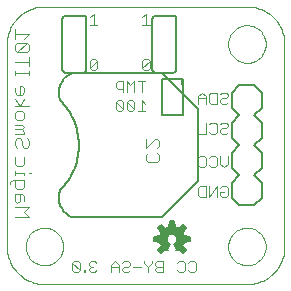
<source format=gbo>
G75*
G70*
%OFA0B0*%
%FSLAX24Y24*%
%IPPOS*%
%LPD*%
%AMOC8*
5,1,8,0,0,1.08239X$1,22.5*
%
%ADD10C,0.0000*%
%ADD11C,0.0030*%
%ADD12C,0.0040*%
%ADD13C,0.0080*%
%ADD14C,0.0059*%
%ADD15C,0.0060*%
%ADD16C,0.0050*%
%ADD17R,0.0100X0.0200*%
D10*
X000680Y001930D02*
X000680Y008680D01*
X000682Y008748D01*
X000687Y008815D01*
X000696Y008882D01*
X000709Y008949D01*
X000726Y009014D01*
X000745Y009079D01*
X000769Y009143D01*
X000796Y009205D01*
X000826Y009266D01*
X000859Y009324D01*
X000895Y009381D01*
X000935Y009436D01*
X000977Y009489D01*
X001023Y009540D01*
X001070Y009587D01*
X001121Y009633D01*
X001174Y009675D01*
X001229Y009715D01*
X001286Y009751D01*
X001344Y009784D01*
X001405Y009814D01*
X001467Y009841D01*
X001531Y009865D01*
X001596Y009884D01*
X001661Y009901D01*
X001728Y009914D01*
X001795Y009923D01*
X001862Y009928D01*
X001930Y009930D01*
X008680Y009930D01*
X008748Y009928D01*
X008815Y009923D01*
X008882Y009914D01*
X008949Y009901D01*
X009014Y009884D01*
X009079Y009865D01*
X009143Y009841D01*
X009205Y009814D01*
X009266Y009784D01*
X009324Y009751D01*
X009381Y009715D01*
X009436Y009675D01*
X009489Y009633D01*
X009540Y009587D01*
X009587Y009540D01*
X009633Y009489D01*
X009675Y009436D01*
X009715Y009381D01*
X009751Y009324D01*
X009784Y009266D01*
X009814Y009205D01*
X009841Y009143D01*
X009865Y009079D01*
X009884Y009014D01*
X009901Y008949D01*
X009914Y008882D01*
X009923Y008815D01*
X009928Y008748D01*
X009930Y008680D01*
X009930Y001930D01*
X009928Y001862D01*
X009923Y001795D01*
X009914Y001728D01*
X009901Y001661D01*
X009884Y001596D01*
X009865Y001531D01*
X009841Y001467D01*
X009814Y001405D01*
X009784Y001344D01*
X009751Y001286D01*
X009715Y001229D01*
X009675Y001174D01*
X009633Y001121D01*
X009587Y001070D01*
X009540Y001023D01*
X009489Y000977D01*
X009436Y000935D01*
X009381Y000895D01*
X009324Y000859D01*
X009266Y000826D01*
X009205Y000796D01*
X009143Y000769D01*
X009079Y000745D01*
X009014Y000726D01*
X008949Y000709D01*
X008882Y000696D01*
X008815Y000687D01*
X008748Y000682D01*
X008680Y000680D01*
X001930Y000680D01*
X001862Y000682D01*
X001795Y000687D01*
X001728Y000696D01*
X001661Y000709D01*
X001596Y000726D01*
X001531Y000745D01*
X001467Y000769D01*
X001405Y000796D01*
X001344Y000826D01*
X001286Y000859D01*
X001229Y000895D01*
X001174Y000935D01*
X001121Y000977D01*
X001070Y001023D01*
X001023Y001070D01*
X000977Y001121D01*
X000935Y001174D01*
X000895Y001229D01*
X000859Y001286D01*
X000826Y001344D01*
X000796Y001405D01*
X000769Y001467D01*
X000745Y001531D01*
X000726Y001596D01*
X000709Y001661D01*
X000696Y001728D01*
X000687Y001795D01*
X000682Y001862D01*
X000680Y001930D01*
X001305Y001930D02*
X001307Y001980D01*
X001313Y002029D01*
X001323Y002078D01*
X001336Y002125D01*
X001354Y002172D01*
X001375Y002217D01*
X001399Y002260D01*
X001427Y002301D01*
X001458Y002340D01*
X001492Y002376D01*
X001529Y002410D01*
X001569Y002440D01*
X001610Y002467D01*
X001654Y002491D01*
X001699Y002511D01*
X001746Y002527D01*
X001794Y002540D01*
X001843Y002549D01*
X001893Y002554D01*
X001942Y002555D01*
X001992Y002552D01*
X002041Y002545D01*
X002090Y002534D01*
X002137Y002520D01*
X002183Y002501D01*
X002228Y002479D01*
X002271Y002454D01*
X002311Y002425D01*
X002349Y002393D01*
X002385Y002359D01*
X002418Y002321D01*
X002447Y002281D01*
X002473Y002239D01*
X002496Y002195D01*
X002515Y002149D01*
X002531Y002102D01*
X002543Y002053D01*
X002551Y002004D01*
X002555Y001955D01*
X002555Y001905D01*
X002551Y001856D01*
X002543Y001807D01*
X002531Y001758D01*
X002515Y001711D01*
X002496Y001665D01*
X002473Y001621D01*
X002447Y001579D01*
X002418Y001539D01*
X002385Y001501D01*
X002349Y001467D01*
X002311Y001435D01*
X002271Y001406D01*
X002228Y001381D01*
X002183Y001359D01*
X002137Y001340D01*
X002090Y001326D01*
X002041Y001315D01*
X001992Y001308D01*
X001942Y001305D01*
X001893Y001306D01*
X001843Y001311D01*
X001794Y001320D01*
X001746Y001333D01*
X001699Y001349D01*
X001654Y001369D01*
X001610Y001393D01*
X001569Y001420D01*
X001529Y001450D01*
X001492Y001484D01*
X001458Y001520D01*
X001427Y001559D01*
X001399Y001600D01*
X001375Y001643D01*
X001354Y001688D01*
X001336Y001735D01*
X001323Y001782D01*
X001313Y001831D01*
X001307Y001880D01*
X001305Y001930D01*
X008055Y001930D02*
X008057Y001980D01*
X008063Y002029D01*
X008073Y002078D01*
X008086Y002125D01*
X008104Y002172D01*
X008125Y002217D01*
X008149Y002260D01*
X008177Y002301D01*
X008208Y002340D01*
X008242Y002376D01*
X008279Y002410D01*
X008319Y002440D01*
X008360Y002467D01*
X008404Y002491D01*
X008449Y002511D01*
X008496Y002527D01*
X008544Y002540D01*
X008593Y002549D01*
X008643Y002554D01*
X008692Y002555D01*
X008742Y002552D01*
X008791Y002545D01*
X008840Y002534D01*
X008887Y002520D01*
X008933Y002501D01*
X008978Y002479D01*
X009021Y002454D01*
X009061Y002425D01*
X009099Y002393D01*
X009135Y002359D01*
X009168Y002321D01*
X009197Y002281D01*
X009223Y002239D01*
X009246Y002195D01*
X009265Y002149D01*
X009281Y002102D01*
X009293Y002053D01*
X009301Y002004D01*
X009305Y001955D01*
X009305Y001905D01*
X009301Y001856D01*
X009293Y001807D01*
X009281Y001758D01*
X009265Y001711D01*
X009246Y001665D01*
X009223Y001621D01*
X009197Y001579D01*
X009168Y001539D01*
X009135Y001501D01*
X009099Y001467D01*
X009061Y001435D01*
X009021Y001406D01*
X008978Y001381D01*
X008933Y001359D01*
X008887Y001340D01*
X008840Y001326D01*
X008791Y001315D01*
X008742Y001308D01*
X008692Y001305D01*
X008643Y001306D01*
X008593Y001311D01*
X008544Y001320D01*
X008496Y001333D01*
X008449Y001349D01*
X008404Y001369D01*
X008360Y001393D01*
X008319Y001420D01*
X008279Y001450D01*
X008242Y001484D01*
X008208Y001520D01*
X008177Y001559D01*
X008149Y001600D01*
X008125Y001643D01*
X008104Y001688D01*
X008086Y001735D01*
X008073Y001782D01*
X008063Y001831D01*
X008057Y001880D01*
X008055Y001930D01*
X008055Y008680D02*
X008057Y008730D01*
X008063Y008779D01*
X008073Y008828D01*
X008086Y008875D01*
X008104Y008922D01*
X008125Y008967D01*
X008149Y009010D01*
X008177Y009051D01*
X008208Y009090D01*
X008242Y009126D01*
X008279Y009160D01*
X008319Y009190D01*
X008360Y009217D01*
X008404Y009241D01*
X008449Y009261D01*
X008496Y009277D01*
X008544Y009290D01*
X008593Y009299D01*
X008643Y009304D01*
X008692Y009305D01*
X008742Y009302D01*
X008791Y009295D01*
X008840Y009284D01*
X008887Y009270D01*
X008933Y009251D01*
X008978Y009229D01*
X009021Y009204D01*
X009061Y009175D01*
X009099Y009143D01*
X009135Y009109D01*
X009168Y009071D01*
X009197Y009031D01*
X009223Y008989D01*
X009246Y008945D01*
X009265Y008899D01*
X009281Y008852D01*
X009293Y008803D01*
X009301Y008754D01*
X009305Y008705D01*
X009305Y008655D01*
X009301Y008606D01*
X009293Y008557D01*
X009281Y008508D01*
X009265Y008461D01*
X009246Y008415D01*
X009223Y008371D01*
X009197Y008329D01*
X009168Y008289D01*
X009135Y008251D01*
X009099Y008217D01*
X009061Y008185D01*
X009021Y008156D01*
X008978Y008131D01*
X008933Y008109D01*
X008887Y008090D01*
X008840Y008076D01*
X008791Y008065D01*
X008742Y008058D01*
X008692Y008055D01*
X008643Y008056D01*
X008593Y008061D01*
X008544Y008070D01*
X008496Y008083D01*
X008449Y008099D01*
X008404Y008119D01*
X008360Y008143D01*
X008319Y008170D01*
X008279Y008200D01*
X008242Y008234D01*
X008208Y008270D01*
X008177Y008309D01*
X008149Y008350D01*
X008125Y008393D01*
X008104Y008438D01*
X008086Y008485D01*
X008073Y008532D01*
X008063Y008581D01*
X008057Y008630D01*
X008055Y008680D01*
D11*
X007978Y007065D02*
X007855Y007065D01*
X007793Y007004D01*
X007672Y007065D02*
X007487Y007065D01*
X007425Y007004D01*
X007425Y006757D01*
X007487Y006695D01*
X007672Y006695D01*
X007672Y007065D01*
X007855Y006880D02*
X007793Y006818D01*
X007793Y006757D01*
X007855Y006695D01*
X007978Y006695D01*
X008040Y006757D01*
X007978Y006880D02*
X007855Y006880D01*
X007978Y006880D02*
X008040Y006942D01*
X008040Y007004D01*
X007978Y007065D01*
X007303Y006942D02*
X007303Y006695D01*
X007303Y006880D02*
X007056Y006880D01*
X007056Y006942D02*
X007056Y006695D01*
X007056Y006942D02*
X007180Y007065D01*
X007303Y006942D01*
X007303Y006065D02*
X007303Y005695D01*
X007056Y005695D01*
X007425Y005757D02*
X007487Y005695D01*
X007610Y005695D01*
X007672Y005757D01*
X007672Y006004D01*
X007610Y006065D01*
X007487Y006065D01*
X007425Y006004D01*
X007793Y006004D02*
X007855Y006065D01*
X007978Y006065D01*
X008040Y006004D01*
X008040Y005942D01*
X007978Y005880D01*
X007855Y005880D01*
X007793Y005818D01*
X007793Y005757D01*
X007855Y005695D01*
X007978Y005695D01*
X008040Y005757D01*
X008040Y004940D02*
X008040Y004693D01*
X007917Y004570D01*
X007793Y004693D01*
X007793Y004940D01*
X007672Y004879D02*
X007672Y004632D01*
X007610Y004570D01*
X007487Y004570D01*
X007425Y004632D01*
X007303Y004632D02*
X007242Y004570D01*
X007118Y004570D01*
X007056Y004632D01*
X007056Y004879D02*
X007118Y004940D01*
X007242Y004940D01*
X007303Y004879D01*
X007303Y004632D01*
X007425Y004879D02*
X007487Y004940D01*
X007610Y004940D01*
X007672Y004879D01*
X007672Y003940D02*
X007425Y003570D01*
X007425Y003940D01*
X007303Y003940D02*
X007118Y003940D01*
X007056Y003879D01*
X007056Y003632D01*
X007118Y003570D01*
X007303Y003570D01*
X007303Y003940D01*
X007672Y003940D02*
X007672Y003570D01*
X007793Y003632D02*
X007793Y003755D01*
X007917Y003755D01*
X008040Y003632D02*
X007978Y003570D01*
X007855Y003570D01*
X007793Y003632D01*
X007793Y003879D02*
X007855Y003940D01*
X007978Y003940D01*
X008040Y003879D01*
X008040Y003632D01*
X006916Y001440D02*
X006792Y001440D01*
X006731Y001379D01*
X006609Y001379D02*
X006609Y001132D01*
X006547Y001070D01*
X006424Y001070D01*
X006362Y001132D01*
X006362Y001379D02*
X006424Y001440D01*
X006547Y001440D01*
X006609Y001379D01*
X006731Y001132D02*
X006792Y001070D01*
X006916Y001070D01*
X006978Y001132D01*
X006978Y001379D01*
X006916Y001440D01*
X005873Y001440D02*
X005873Y001070D01*
X005687Y001070D01*
X005626Y001132D01*
X005626Y001193D01*
X005687Y001255D01*
X005873Y001255D01*
X005873Y001440D02*
X005687Y001440D01*
X005626Y001379D01*
X005626Y001317D01*
X005687Y001255D01*
X005504Y001379D02*
X005504Y001440D01*
X005504Y001379D02*
X005381Y001255D01*
X005381Y001070D01*
X005381Y001255D02*
X005257Y001379D01*
X005257Y001440D01*
X005136Y001255D02*
X004889Y001255D01*
X004768Y001317D02*
X004706Y001255D01*
X004582Y001255D01*
X004521Y001193D01*
X004521Y001132D01*
X004582Y001070D01*
X004706Y001070D01*
X004768Y001132D01*
X004768Y001317D02*
X004768Y001379D01*
X004706Y001440D01*
X004582Y001440D01*
X004521Y001379D01*
X004399Y001317D02*
X004276Y001440D01*
X004152Y001317D01*
X004152Y001070D01*
X004152Y001255D02*
X004399Y001255D01*
X004399Y001317D02*
X004399Y001070D01*
X003663Y001132D02*
X003601Y001070D01*
X003478Y001070D01*
X003416Y001132D01*
X003416Y001193D01*
X003478Y001255D01*
X003539Y001255D01*
X003478Y001255D02*
X003416Y001317D01*
X003416Y001379D01*
X003478Y001440D01*
X003601Y001440D01*
X003663Y001379D01*
X003294Y001132D02*
X003233Y001132D01*
X003233Y001070D01*
X003294Y001070D01*
X003294Y001132D01*
X003110Y001132D02*
X003110Y001379D01*
X003048Y001440D01*
X002925Y001440D01*
X002863Y001379D01*
X003110Y001132D01*
X003048Y001070D01*
X002925Y001070D01*
X002863Y001132D01*
X002863Y001379D01*
X004368Y006445D02*
X004492Y006445D01*
X004553Y006507D01*
X004306Y006754D01*
X004306Y006507D01*
X004368Y006445D01*
X004553Y006507D02*
X004553Y006754D01*
X004492Y006815D01*
X004368Y006815D01*
X004306Y006754D01*
X004553Y007070D02*
X004553Y007440D01*
X004368Y007440D01*
X004306Y007379D01*
X004306Y007255D01*
X004368Y007193D01*
X004553Y007193D01*
X004675Y007070D02*
X004675Y007440D01*
X004798Y007317D01*
X004922Y007440D01*
X004922Y007070D01*
X005167Y007070D02*
X005167Y007440D01*
X005290Y007440D02*
X005043Y007440D01*
X005257Y007820D02*
X005195Y007882D01*
X005442Y008129D01*
X005442Y007882D01*
X005380Y007820D01*
X005257Y007820D01*
X005195Y007882D02*
X005195Y008129D01*
X005257Y008190D01*
X005380Y008190D01*
X005442Y008129D01*
X005442Y009320D02*
X005195Y009320D01*
X005318Y009320D02*
X005318Y009690D01*
X005195Y009567D01*
X003692Y009320D02*
X003445Y009320D01*
X003568Y009320D02*
X003568Y009690D01*
X003445Y009567D01*
X003507Y008190D02*
X003630Y008190D01*
X003692Y008129D01*
X003445Y007882D01*
X003507Y007820D01*
X003630Y007820D01*
X003692Y007882D01*
X003692Y008129D01*
X003507Y008190D02*
X003445Y008129D01*
X003445Y007882D01*
X004675Y006754D02*
X004922Y006507D01*
X004860Y006445D01*
X004737Y006445D01*
X004675Y006507D01*
X004675Y006754D01*
X004737Y006815D01*
X004860Y006815D01*
X004922Y006754D01*
X004922Y006507D01*
X005043Y006445D02*
X005290Y006445D01*
X005167Y006445D02*
X005167Y006815D01*
X005290Y006692D01*
D12*
X005300Y005522D02*
X005300Y005215D01*
X005607Y005522D01*
X005684Y005522D01*
X005760Y005445D01*
X005760Y005291D01*
X005684Y005215D01*
X005684Y005061D02*
X005760Y004984D01*
X005760Y004831D01*
X005684Y004754D01*
X005377Y004754D01*
X005300Y004831D01*
X005300Y004984D01*
X005377Y005061D01*
X001487Y004384D02*
X001410Y004384D01*
X001257Y004384D02*
X001257Y004308D01*
X001257Y004384D02*
X000950Y004384D01*
X000950Y004308D02*
X000950Y004461D01*
X001027Y004615D02*
X000950Y004691D01*
X000950Y004922D01*
X001257Y004922D02*
X001257Y004691D01*
X001180Y004615D01*
X001027Y004615D01*
X000950Y004154D02*
X000950Y003924D01*
X001027Y003847D01*
X001180Y003847D01*
X001257Y003924D01*
X001257Y004154D01*
X000873Y004154D01*
X000797Y004077D01*
X000797Y004001D01*
X000950Y003694D02*
X000950Y003464D01*
X001027Y003387D01*
X001103Y003464D01*
X001103Y003694D01*
X001180Y003694D02*
X000950Y003694D01*
X001180Y003694D02*
X001257Y003617D01*
X001257Y003464D01*
X001410Y003233D02*
X000950Y003233D01*
X000950Y002926D02*
X001410Y002926D01*
X001257Y003080D01*
X001410Y003233D01*
X001334Y005225D02*
X001257Y005225D01*
X001180Y005301D01*
X001180Y005455D01*
X001103Y005532D01*
X001027Y005532D01*
X000950Y005455D01*
X000950Y005301D01*
X001027Y005225D01*
X001334Y005225D02*
X001410Y005301D01*
X001410Y005455D01*
X001334Y005532D01*
X001257Y005685D02*
X001257Y005762D01*
X001180Y005839D01*
X001257Y005915D01*
X001180Y005992D01*
X000950Y005992D01*
X000950Y005839D02*
X001180Y005839D01*
X001257Y005685D02*
X000950Y005685D01*
X001027Y006146D02*
X000950Y006222D01*
X000950Y006376D01*
X001027Y006452D01*
X001180Y006452D01*
X001257Y006376D01*
X001257Y006222D01*
X001180Y006146D01*
X001027Y006146D01*
X001103Y006606D02*
X001257Y006836D01*
X001180Y006990D02*
X001257Y007066D01*
X001257Y007220D01*
X001180Y007297D01*
X001103Y007297D01*
X001103Y006990D01*
X001027Y006990D02*
X001180Y006990D01*
X001027Y006990D02*
X000950Y007066D01*
X000950Y007220D01*
X000950Y007637D02*
X000950Y007790D01*
X000950Y007714D02*
X001410Y007714D01*
X001410Y007790D02*
X001410Y007637D01*
X001410Y007944D02*
X001410Y008251D01*
X001410Y008097D02*
X000950Y008097D01*
X001027Y008404D02*
X000950Y008481D01*
X000950Y008634D01*
X001027Y008711D01*
X001334Y008711D01*
X001027Y008404D01*
X001334Y008404D01*
X001410Y008481D01*
X001410Y008634D01*
X001334Y008711D01*
X001257Y008865D02*
X001410Y009018D01*
X000950Y009018D01*
X000950Y008865D02*
X000950Y009172D01*
X000950Y006836D02*
X001103Y006606D01*
X000950Y006606D02*
X001410Y006606D01*
D13*
X008180Y006555D02*
X008180Y007055D01*
X008430Y007305D01*
X008930Y007305D01*
X009180Y007055D01*
X009180Y006555D01*
X008930Y006305D01*
X009180Y006055D01*
X009180Y005555D01*
X008930Y005305D01*
X009180Y005055D01*
X009180Y004555D01*
X008930Y004305D01*
X009180Y004055D01*
X009180Y003555D01*
X008930Y003305D01*
X008430Y003305D01*
X008180Y003555D01*
X008180Y004055D01*
X008430Y004305D01*
X008180Y004555D01*
X008180Y005055D01*
X008430Y005305D01*
X008180Y005555D01*
X008180Y006055D01*
X008430Y006305D01*
X008180Y006555D01*
D14*
X006252Y002766D02*
X006108Y002766D01*
X006089Y002576D01*
X006025Y002555D01*
X005965Y002524D01*
X005816Y002645D01*
X005715Y002544D01*
X005836Y002395D01*
X005805Y002335D01*
X005784Y002271D01*
X005594Y002252D01*
X005594Y002108D01*
X005784Y002089D01*
X005805Y002025D01*
X005836Y001965D01*
X005715Y001816D01*
X005816Y001715D01*
X005965Y001836D01*
X006025Y001805D01*
X006109Y002009D01*
X006071Y002031D01*
X006039Y002061D01*
X005793Y002061D01*
X005816Y002004D02*
X006107Y002004D01*
X006083Y001946D02*
X005820Y001946D01*
X005774Y001889D02*
X006059Y001889D01*
X006035Y001831D02*
X005974Y001831D01*
X005959Y001831D02*
X005727Y001831D01*
X005758Y001774D02*
X005889Y001774D01*
X005818Y001716D02*
X005815Y001716D01*
X006039Y002061D02*
X006015Y002098D01*
X006000Y002140D01*
X005996Y002184D01*
X006002Y002228D01*
X006018Y002269D01*
X006044Y002305D01*
X006078Y002333D01*
X006117Y002353D01*
X006160Y002363D01*
X006204Y002363D01*
X006247Y002352D01*
X006286Y002331D01*
X006319Y002302D01*
X006344Y002265D01*
X006359Y002224D01*
X006365Y002180D01*
X006359Y002137D01*
X006344Y002096D01*
X006320Y002060D01*
X006288Y002031D01*
X006251Y002009D01*
X006335Y001805D01*
X006395Y001836D01*
X006544Y001715D01*
X006645Y001816D01*
X006524Y001965D01*
X006555Y002025D01*
X006576Y002089D01*
X006766Y002108D01*
X006766Y002252D01*
X006576Y002271D01*
X006555Y002335D01*
X006524Y002395D01*
X006645Y002544D01*
X006544Y002645D01*
X006395Y002524D01*
X006335Y002555D01*
X006271Y002576D01*
X006252Y002766D01*
X006253Y002752D02*
X006107Y002752D01*
X006101Y002694D02*
X006259Y002694D01*
X006265Y002637D02*
X006095Y002637D01*
X006089Y002579D02*
X006271Y002579D01*
X006463Y002579D02*
X006610Y002579D01*
X006628Y002522D02*
X005732Y002522D01*
X005750Y002579D02*
X005897Y002579D01*
X005827Y002637D02*
X005808Y002637D01*
X005779Y002464D02*
X006581Y002464D01*
X006534Y002407D02*
X005826Y002407D01*
X005812Y002349D02*
X006109Y002349D01*
X006035Y002292D02*
X005791Y002292D01*
X005594Y002234D02*
X006004Y002234D01*
X005996Y002176D02*
X005594Y002176D01*
X005594Y002119D02*
X006007Y002119D01*
X006253Y002004D02*
X006544Y002004D01*
X006540Y001946D02*
X006277Y001946D01*
X006301Y001889D02*
X006586Y001889D01*
X006633Y001831D02*
X006401Y001831D01*
X006386Y001831D02*
X006325Y001831D01*
X006471Y001774D02*
X006602Y001774D01*
X006545Y001716D02*
X006542Y001716D01*
X006567Y002061D02*
X006321Y002061D01*
X006353Y002119D02*
X006766Y002119D01*
X006766Y002176D02*
X006364Y002176D01*
X006355Y002234D02*
X006766Y002234D01*
X006569Y002292D02*
X006326Y002292D01*
X006252Y002349D02*
X006548Y002349D01*
X006533Y002637D02*
X006552Y002637D01*
D15*
X006230Y007730D02*
X005630Y007730D01*
X005613Y007732D01*
X005596Y007736D01*
X005580Y007743D01*
X005566Y007753D01*
X005553Y007766D01*
X005543Y007780D01*
X005536Y007796D01*
X005532Y007813D01*
X005530Y007830D01*
X005530Y009530D01*
X005532Y009547D01*
X005536Y009564D01*
X005543Y009580D01*
X005553Y009594D01*
X005566Y009607D01*
X005580Y009617D01*
X005596Y009624D01*
X005613Y009628D01*
X005630Y009630D01*
X006230Y009630D01*
X006247Y009628D01*
X006264Y009624D01*
X006280Y009617D01*
X006294Y009607D01*
X006307Y009594D01*
X006317Y009580D01*
X006324Y009564D01*
X006328Y009547D01*
X006330Y009530D01*
X006330Y007830D01*
X006328Y007813D01*
X006324Y007796D01*
X006317Y007780D01*
X006307Y007766D01*
X006294Y007753D01*
X006280Y007743D01*
X006264Y007736D01*
X006247Y007732D01*
X006230Y007730D01*
X003330Y007830D02*
X003330Y009530D01*
X003328Y009547D01*
X003324Y009564D01*
X003317Y009580D01*
X003307Y009594D01*
X003294Y009607D01*
X003280Y009617D01*
X003264Y009624D01*
X003247Y009628D01*
X003230Y009630D01*
X002630Y009630D01*
X002613Y009628D01*
X002596Y009624D01*
X002580Y009617D01*
X002566Y009607D01*
X002553Y009594D01*
X002543Y009580D01*
X002536Y009564D01*
X002532Y009547D01*
X002530Y009530D01*
X002530Y007830D01*
X002532Y007813D01*
X002536Y007796D01*
X002543Y007780D01*
X002553Y007766D01*
X002566Y007753D01*
X002580Y007743D01*
X002596Y007736D01*
X002613Y007732D01*
X002630Y007730D01*
X003230Y007730D01*
X003247Y007732D01*
X003264Y007736D01*
X003280Y007743D01*
X003294Y007753D01*
X003307Y007766D01*
X003317Y007780D01*
X003324Y007796D01*
X003328Y007813D01*
X003330Y007830D01*
D16*
X002855Y007705D02*
X005855Y007705D01*
X007055Y006505D01*
X007055Y004105D01*
X005855Y002905D01*
X002855Y002905D01*
X002807Y002926D01*
X002761Y002950D01*
X002717Y002977D01*
X002675Y003008D01*
X002635Y003042D01*
X002598Y003078D01*
X002564Y003117D01*
X002533Y003159D01*
X002505Y003203D01*
X002480Y003249D01*
X002459Y003296D01*
X002441Y003345D01*
X002428Y003395D01*
X002417Y003447D01*
X002411Y003498D01*
X002409Y003550D01*
X002411Y003602D01*
X002416Y003654D01*
X002425Y003705D01*
X002439Y003756D01*
X002455Y003805D01*
X002524Y003878D01*
X002591Y003955D01*
X002653Y004034D01*
X002712Y004116D01*
X002766Y004201D01*
X002817Y004289D01*
X002863Y004378D01*
X002905Y004470D01*
X002942Y004564D01*
X002975Y004659D01*
X003004Y004756D01*
X003028Y004854D01*
X003047Y004953D01*
X003061Y005053D01*
X003071Y005154D01*
X003075Y005255D01*
X003075Y005355D01*
X003071Y005456D01*
X003061Y005557D01*
X003047Y005657D01*
X003028Y005756D01*
X003004Y005854D01*
X002975Y005951D01*
X002942Y006046D01*
X002905Y006140D01*
X002863Y006232D01*
X002817Y006321D01*
X002766Y006409D01*
X002712Y006494D01*
X002653Y006576D01*
X002591Y006655D01*
X002524Y006732D01*
X002455Y006805D01*
X002439Y006854D01*
X002425Y006905D01*
X002416Y006956D01*
X002411Y007008D01*
X002409Y007060D01*
X002411Y007112D01*
X002417Y007163D01*
X002428Y007215D01*
X002441Y007265D01*
X002459Y007314D01*
X002480Y007361D01*
X002505Y007407D01*
X002533Y007451D01*
X002564Y007493D01*
X002598Y007532D01*
X002635Y007568D01*
X002675Y007602D01*
X002717Y007633D01*
X002761Y007660D01*
X002807Y007684D01*
X002855Y007705D01*
X005855Y007505D02*
X005855Y006305D01*
X006555Y006305D01*
X006555Y007505D01*
X005855Y007505D01*
D17*
X006505Y007405D03*
M02*

</source>
